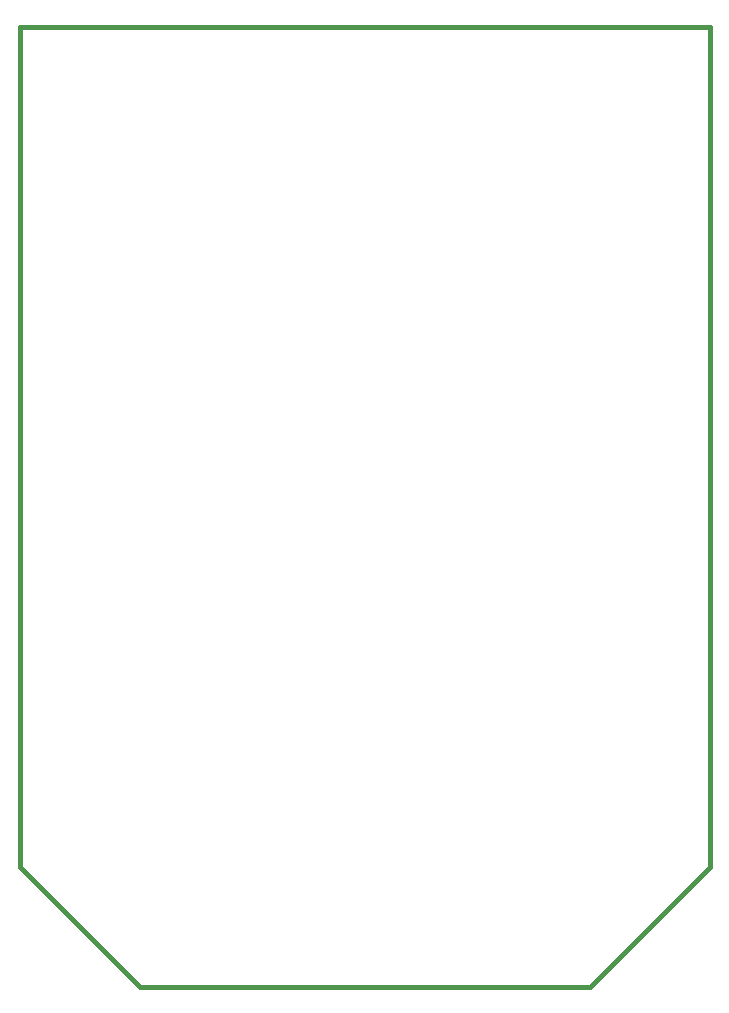
<source format=gbr>
G04 #@! TF.GenerationSoftware,KiCad,Pcbnew,5.1.6-c6e7f7d~87~ubuntu19.10.1*
G04 #@! TF.CreationDate,2022-01-09T05:59:06+06:00*
G04 #@! TF.ProjectId,__________________________r1a,4240353c-3e3b-43e5-9f41-3048385f3e33,1A*
G04 #@! TF.SameCoordinates,Original*
G04 #@! TF.FileFunction,Profile,NP*
%FSLAX46Y46*%
G04 Gerber Fmt 4.6, Leading zero omitted, Abs format (unit mm)*
G04 Created by KiCad (PCBNEW 5.1.6-c6e7f7d~87~ubuntu19.10.1) date 2022-01-09 05:59:06*
%MOMM*%
%LPD*%
G01*
G04 APERTURE LIST*
G04 #@! TA.AperFunction,Profile*
%ADD10C,0.400000*%
G04 #@! TD*
G04 APERTURE END LIST*
D10*
X124460000Y-205740000D02*
X134620000Y-195580000D01*
X76200000Y-195580000D02*
X86360000Y-205740000D01*
X76200000Y-124460000D02*
X134620000Y-124460000D01*
X134620000Y-124460000D02*
X134620000Y-195580000D01*
X76200000Y-124460000D02*
X76200000Y-195580000D01*
X86360000Y-205740000D02*
X124460000Y-205740000D01*
M02*

</source>
